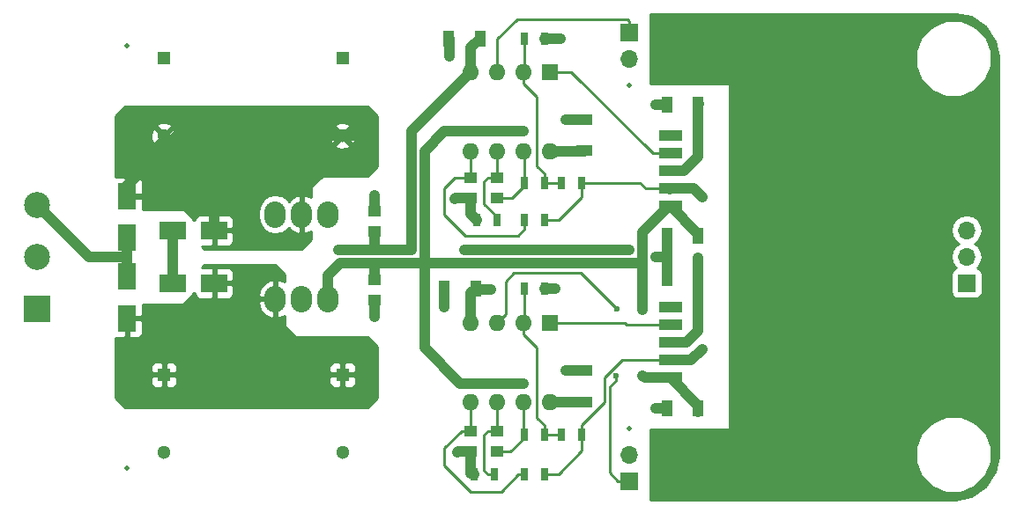
<source format=gbr>
G04 #@! TF.FileFunction,Copper,L1,Top,Signal*
%FSLAX46Y46*%
G04 Gerber Fmt 4.6, Leading zero omitted, Abs format (unit mm)*
G04 Created by KiCad (PCBNEW 4.0.5-e0-6337~49~ubuntu15.04.1) date Thu Oct 26 22:51:34 2017*
%MOMM*%
%LPD*%
G01*
G04 APERTURE LIST*
%ADD10C,0.100000*%
%ADD11R,1.700000X1.700000*%
%ADD12O,1.700000X1.700000*%
%ADD13R,1.000000X1.600000*%
%ADD14R,1.600000X1.600000*%
%ADD15O,1.600000X1.600000*%
%ADD16R,1.600000X1.000000*%
%ADD17R,1.300000X1.300000*%
%ADD18C,1.300000*%
%ADD19R,1.250000X1.000000*%
%ADD20R,0.700000X1.300000*%
%ADD21R,2.160000X1.070000*%
%ADD22R,7.000000X8.330000*%
%ADD23R,1.910000X10.800000*%
%ADD24O,2.032000X2.540000*%
%ADD25C,2.500000*%
%ADD26R,2.500000X2.500000*%
%ADD27R,1.800000X2.500000*%
%ADD28R,2.500000X1.800000*%
%ADD29C,0.500000*%
%ADD30C,0.600000*%
%ADD31C,1.000000*%
%ADD32C,0.250000*%
%ADD33C,0.254000*%
G04 APERTURE END LIST*
D10*
D11*
X151765000Y-53340000D03*
D12*
X151765000Y-50800000D03*
X151765000Y-48260000D03*
D13*
X122960000Y-65405000D03*
X125960000Y-65405000D03*
D14*
X111760000Y-57150000D03*
D15*
X104140000Y-64770000D03*
X109220000Y-57150000D03*
X106680000Y-64770000D03*
X106680000Y-57150000D03*
X109220000Y-64770000D03*
X104140000Y-57150000D03*
X111760000Y-64770000D03*
D13*
X102005000Y-29845000D03*
X105005000Y-29845000D03*
D16*
X115062000Y-61770000D03*
X115062000Y-64770000D03*
D13*
X101600000Y-53848000D03*
X104600000Y-53848000D03*
D17*
X74649451Y-62162033D03*
D18*
X74649451Y-69662033D03*
D17*
X91794451Y-31682033D03*
D18*
X91794451Y-39182033D03*
D17*
X91794451Y-62162033D03*
D18*
X91794451Y-69662033D03*
D17*
X74649451Y-31682033D03*
D18*
X74649451Y-39182033D03*
D19*
X94906456Y-53014640D03*
X94906456Y-55014640D03*
X94906456Y-46410640D03*
X94906456Y-48410640D03*
D20*
X109286000Y-29845000D03*
X111186000Y-29845000D03*
X106614000Y-47244000D03*
X104714000Y-47244000D03*
X109286000Y-53848000D03*
X111186000Y-53848000D03*
X106360000Y-71755000D03*
X104460000Y-71755000D03*
X111186000Y-47244000D03*
X109286000Y-47244000D03*
X111186000Y-71755000D03*
X109286000Y-71755000D03*
X111186000Y-43688000D03*
X109286000Y-43688000D03*
X111186000Y-67945000D03*
X109286000Y-67945000D03*
X114742000Y-43688000D03*
X112842000Y-43688000D03*
X114742000Y-67945000D03*
X112842000Y-67945000D03*
D21*
X123305000Y-42545000D03*
X123305000Y-44245000D03*
X123305000Y-45945000D03*
X123305000Y-40845000D03*
X123305000Y-39145000D03*
D22*
X133975000Y-42545000D03*
D23*
X136525000Y-42545000D03*
D21*
X123305000Y-59055000D03*
X123305000Y-60755000D03*
X123305000Y-62455000D03*
X123305000Y-57355000D03*
X123305000Y-55655000D03*
D22*
X133975000Y-59055000D03*
D23*
X136525000Y-59055000D03*
D24*
X87884000Y-54864000D03*
X90424000Y-54864000D03*
X85344000Y-54864000D03*
X87884000Y-46736000D03*
X85344000Y-46736000D03*
X90424000Y-46736000D03*
D25*
X62484000Y-45800000D03*
D26*
X62484000Y-55800000D03*
D25*
X62484000Y-50800000D03*
D14*
X111760000Y-33020000D03*
D15*
X104140000Y-40640000D03*
X109220000Y-33020000D03*
X106680000Y-40640000D03*
X106680000Y-33020000D03*
X109220000Y-40640000D03*
X104140000Y-33020000D03*
X111760000Y-40640000D03*
D27*
X71088185Y-48990000D03*
X71088185Y-44990000D03*
X71088185Y-56733565D03*
X71088185Y-52733565D03*
D28*
X75470000Y-48260000D03*
X79470000Y-48260000D03*
X79470000Y-53340000D03*
X75470000Y-53340000D03*
D16*
X115046890Y-37616000D03*
X115046890Y-40616000D03*
D13*
X122960000Y-48768000D03*
X125960000Y-48768000D03*
X122960000Y-36195000D03*
X125960000Y-36195000D03*
X122960000Y-52832000D03*
X125960000Y-52832000D03*
D19*
X104140000Y-45196000D03*
X104140000Y-43196000D03*
X104140000Y-69580000D03*
X104140000Y-67580000D03*
X106680000Y-69580000D03*
X106680000Y-67580000D03*
X106680000Y-45196000D03*
X106680000Y-43196000D03*
D11*
X119380000Y-29210000D03*
D12*
X119380000Y-31750000D03*
D11*
X119380000Y-72390000D03*
D12*
X119380000Y-69850000D03*
D29*
X71120000Y-30480000D03*
X71120000Y-71120000D03*
X119380000Y-34290000D03*
X119380000Y-67310000D03*
D30*
X112268000Y-53848000D03*
X101600000Y-55626000D03*
X113284000Y-61722000D03*
X102870000Y-69596000D03*
X102034270Y-31517135D03*
X121920000Y-50800000D03*
X121920000Y-36195000D03*
X121920000Y-65405000D03*
X112776000Y-29845000D03*
X113284000Y-37592000D03*
X102616000Y-45212000D03*
X94906456Y-44870640D03*
X94906456Y-56554640D03*
X109220000Y-62992000D03*
X120650000Y-55880000D03*
X120650000Y-62230000D03*
X109220000Y-38735000D03*
X125966697Y-50958477D03*
X129540000Y-69850000D03*
X131445000Y-69850000D03*
X132715000Y-69850000D03*
X134620000Y-69850000D03*
X136525000Y-69850000D03*
X138430000Y-69850000D03*
X129540000Y-31750000D03*
X131445000Y-31750000D03*
X132715000Y-31750000D03*
X134620000Y-31750000D03*
X136525000Y-31750000D03*
X138430000Y-31750000D03*
X145415000Y-64770000D03*
X143510000Y-64770000D03*
X143510000Y-69850000D03*
X145415000Y-69850000D03*
X145415000Y-59055000D03*
X143510000Y-61595000D03*
X143510000Y-59055000D03*
X145415000Y-56515000D03*
X145415000Y-61595000D03*
X143510000Y-56515000D03*
X145415000Y-42545000D03*
X143510000Y-42545000D03*
X143510000Y-40005000D03*
X143510000Y-36830000D03*
X145415000Y-45085000D03*
X145415000Y-36830000D03*
X145415000Y-40005000D03*
X143510000Y-45085000D03*
X145415000Y-31750000D03*
X143510000Y-31750000D03*
X145415000Y-48260000D03*
X143510000Y-48260000D03*
X145415000Y-53340000D03*
X143510000Y-53340000D03*
X141605000Y-69850000D03*
X141605000Y-56515000D03*
X141605000Y-61595000D03*
X141605000Y-59055000D03*
X141605000Y-64770000D03*
X141605000Y-45085000D03*
X141605000Y-42545000D03*
X141605000Y-40005000D03*
X141605000Y-36830000D03*
X141605000Y-31750000D03*
X141605000Y-53340000D03*
X141605000Y-48260000D03*
X103505000Y-50165000D03*
X106045000Y-53975000D03*
X125909824Y-54438657D03*
X138430000Y-66040000D03*
X138430000Y-35560000D03*
X131445000Y-35560000D03*
X134620000Y-35560000D03*
X131445000Y-66040000D03*
X134620000Y-66040000D03*
X129540000Y-69850000D03*
X129540000Y-31750000D03*
X132080000Y-48260000D03*
X134620000Y-48260000D03*
X132080000Y-53340000D03*
X134620000Y-53340000D03*
X136525000Y-66040000D03*
X132715000Y-66040000D03*
X129540000Y-66040000D03*
X136525000Y-35560000D03*
X132715000Y-35560000D03*
X129540000Y-35560000D03*
X139700000Y-64770000D03*
X139700000Y-61595000D03*
X139700000Y-36830000D03*
X139700000Y-59055000D03*
X139700000Y-56515000D03*
X139700000Y-53340000D03*
X139700000Y-48260000D03*
X139700000Y-45085000D03*
X139700000Y-40005000D03*
X139700000Y-42545000D03*
X129540000Y-38100000D03*
X129540000Y-40005000D03*
X129540000Y-46990000D03*
X129540000Y-45085000D03*
X129540000Y-42545000D03*
X129540000Y-63500000D03*
X129540000Y-61595000D03*
X129540000Y-54610000D03*
X129540000Y-56515000D03*
X129540000Y-59055000D03*
X119380000Y-50165000D03*
X125960000Y-41155002D03*
X98425000Y-50165000D03*
X91440000Y-50165000D03*
X118148868Y-55814564D03*
X118108589Y-62279363D03*
X126365000Y-45085000D03*
X126365000Y-59690000D03*
X75470000Y-50800000D03*
D31*
X111186000Y-53848000D02*
X112268000Y-53848000D01*
X101600000Y-53848000D02*
X101600000Y-55626000D01*
X115062000Y-61770000D02*
X113332000Y-61770000D01*
X113332000Y-61770000D02*
X113284000Y-61722000D01*
X104140000Y-69580000D02*
X102886000Y-69580000D01*
X102886000Y-69580000D02*
X102870000Y-69596000D01*
X104267000Y-71755000D02*
X104140000Y-71628000D01*
X104140000Y-71628000D02*
X104140000Y-69580000D01*
X104460000Y-71755000D02*
X104267000Y-71755000D01*
X104140000Y-46696000D02*
X104140000Y-45196000D01*
X104688000Y-47244000D02*
X104140000Y-46696000D01*
X104714000Y-47244000D02*
X104688000Y-47244000D01*
X102034270Y-31092871D02*
X102034270Y-31517135D01*
X102034270Y-29874270D02*
X102034270Y-31092871D01*
X102005000Y-29845000D02*
X102034270Y-29874270D01*
X122960000Y-50800000D02*
X121920000Y-50800000D01*
X122960000Y-50165000D02*
X122960000Y-48768000D01*
X122960000Y-52832000D02*
X122960000Y-50165000D01*
X122960000Y-50165000D02*
X122960000Y-50800000D01*
X122960000Y-36195000D02*
X121920000Y-36195000D01*
X122960000Y-65405000D02*
X121920000Y-65405000D01*
X111186000Y-29845000D02*
X112776000Y-29845000D01*
X115046890Y-37616000D02*
X113308000Y-37616000D01*
X113308000Y-37616000D02*
X113284000Y-37592000D01*
X104140000Y-45196000D02*
X102632000Y-45196000D01*
X102632000Y-45196000D02*
X102616000Y-45212000D01*
X94906456Y-46410640D02*
X94906456Y-44870640D01*
X94906456Y-55014640D02*
X94906456Y-56554640D01*
D32*
X108662000Y-48768000D02*
X103632000Y-48768000D01*
X103632000Y-48768000D02*
X101600000Y-46736000D01*
X109286000Y-47244000D02*
X109286000Y-48144000D01*
X109286000Y-48144000D02*
X108662000Y-48768000D01*
X109286000Y-47244000D02*
X109286000Y-47544000D01*
X101600000Y-46736000D02*
X101600000Y-44196000D01*
X101600000Y-44196000D02*
X102600000Y-43196000D01*
X102600000Y-43196000D02*
X104140000Y-43196000D01*
X104140000Y-43196000D02*
X104140000Y-40640000D01*
X101600000Y-70866000D02*
X101600000Y-69245000D01*
X101600000Y-69245000D02*
X103265000Y-67580000D01*
X103265000Y-67580000D02*
X104140000Y-67580000D01*
X104140000Y-73406000D02*
X101600000Y-70866000D01*
X107035000Y-73406000D02*
X104140000Y-73406000D01*
X109286000Y-71755000D02*
X108686000Y-71755000D01*
X108686000Y-71755000D02*
X107035000Y-73406000D01*
X104140000Y-64770000D02*
X104140000Y-65901370D01*
X104140000Y-65901370D02*
X104140000Y-67580000D01*
D31*
X111760000Y-64770000D02*
X115062000Y-64770000D01*
X99695000Y-59563000D02*
X103124000Y-62992000D01*
X103124000Y-62992000D02*
X109220000Y-62992000D01*
X99695000Y-51435000D02*
X99695000Y-59563000D01*
X120650000Y-51435000D02*
X120650000Y-55880000D01*
X123305000Y-62455000D02*
X120875000Y-62455000D01*
X120875000Y-62455000D02*
X120650000Y-62230000D01*
X120650000Y-51435000D02*
X99695000Y-51435000D01*
X120650000Y-48427998D02*
X120650000Y-51435000D01*
X123305000Y-45945000D02*
X123132998Y-45945000D01*
X123132998Y-45945000D02*
X120650000Y-48427998D01*
X123305000Y-45945000D02*
X122760000Y-45945000D01*
X99695000Y-51435000D02*
X99695000Y-40640000D01*
X99695000Y-40640000D02*
X101600000Y-38735000D01*
X101600000Y-38735000D02*
X109220000Y-38735000D01*
X125960000Y-65705000D02*
X125960000Y-65405000D01*
X125984000Y-48792000D02*
X125960000Y-48768000D01*
X94615000Y-51435000D02*
X99695000Y-51435000D01*
X91583000Y-51435000D02*
X94615000Y-51435000D01*
X94906456Y-51514640D02*
X94826816Y-51435000D01*
X94906456Y-53014640D02*
X94906456Y-51514640D01*
X94826816Y-51435000D02*
X94615000Y-51435000D01*
X90424000Y-54864000D02*
X90424000Y-52594000D01*
X90424000Y-52594000D02*
X91583000Y-51435000D01*
X111760000Y-40640000D02*
X115022890Y-40640000D01*
X115022890Y-40640000D02*
X115046890Y-40616000D01*
X112101890Y-40842012D02*
X111871890Y-40612012D01*
X125960000Y-65405000D02*
X125960000Y-65110000D01*
X125960000Y-65110000D02*
X123305000Y-62455000D01*
X125960000Y-48600000D02*
X123305000Y-45945000D01*
X125960000Y-50965174D02*
X125966697Y-50958477D01*
X125960000Y-52832000D02*
X125960000Y-50965174D01*
X138430000Y-69850000D02*
X139700000Y-69850000D01*
X134620000Y-69850000D02*
X136525000Y-69850000D01*
X136525000Y-69850000D02*
X138430000Y-69850000D01*
X132715000Y-69850000D02*
X134620000Y-69850000D01*
X129540000Y-69850000D02*
X131445000Y-69850000D01*
X129540000Y-69850000D02*
X129540000Y-68580000D01*
X131445000Y-69850000D02*
X132715000Y-69850000D01*
X139700000Y-69850000D02*
X141605000Y-69850000D01*
X139700000Y-69850000D02*
X146050000Y-69850000D01*
X143510000Y-69850000D02*
X145415000Y-69850000D01*
X138430000Y-31750000D02*
X139700000Y-31750000D01*
X134620000Y-31750000D02*
X136525000Y-31750000D01*
X136525000Y-31750000D02*
X138430000Y-31750000D01*
X132715000Y-31750000D02*
X134620000Y-31750000D01*
X129540000Y-31750000D02*
X131445000Y-31750000D01*
X129540000Y-31750000D02*
X129540000Y-30480000D01*
X131445000Y-31750000D02*
X132715000Y-31750000D01*
X139700000Y-31750000D02*
X141605000Y-31750000D01*
X139700000Y-31750000D02*
X146050000Y-31750000D01*
X143510000Y-31750000D02*
X145415000Y-31750000D01*
X143510000Y-53340000D02*
X145415000Y-53340000D01*
X141605000Y-53340000D02*
X143510000Y-53340000D01*
X139700000Y-53340000D02*
X141605000Y-53340000D01*
X143510000Y-46355000D02*
X143510000Y-45085000D01*
X143510000Y-42545000D02*
X143510000Y-46355000D01*
X143510000Y-42545000D02*
X143510000Y-40005000D01*
X143510000Y-40005000D02*
X143510000Y-38100000D01*
X143510000Y-36830000D02*
X143510000Y-35560000D01*
X143510000Y-38100000D02*
X143510000Y-36830000D01*
X143510000Y-35560000D02*
X143510000Y-31750000D01*
X143510000Y-31750000D02*
X143510000Y-27940000D01*
X145415000Y-59055000D02*
X145415000Y-61595000D01*
X145415000Y-57785000D02*
X145415000Y-59055000D01*
X143510000Y-56515000D02*
X143510000Y-57785000D01*
X143510000Y-57785000D02*
X143510000Y-59055000D01*
X143510000Y-59055000D02*
X143510000Y-61595000D01*
X145415000Y-53340000D02*
X145415000Y-56515000D01*
X145415000Y-56515000D02*
X145415000Y-57785000D01*
X143510000Y-66040000D02*
X143510000Y-69850000D01*
X145415000Y-64135000D02*
X145415000Y-64770000D01*
X145415000Y-61595000D02*
X145415000Y-64135000D01*
X143510000Y-64135000D02*
X143510000Y-64770000D01*
X143510000Y-61595000D02*
X143510000Y-64135000D01*
X145415000Y-64135000D02*
X145415000Y-66040000D01*
X143510000Y-64135000D02*
X143510000Y-66040000D01*
X145415000Y-66040000D02*
X145415000Y-69850000D01*
X145415000Y-73660000D02*
X145415000Y-73025000D01*
X143510000Y-73660000D02*
X143510000Y-73025000D01*
X145415000Y-69850000D02*
X145415000Y-73025000D01*
X143510000Y-69850000D02*
X143510000Y-73025000D01*
X143510000Y-46355000D02*
X143510000Y-46990000D01*
X143510000Y-46990000D02*
X143510000Y-48260000D01*
X145415000Y-46990000D02*
X145415000Y-48260000D01*
X145415000Y-46355000D02*
X145415000Y-46990000D01*
X145415000Y-35560000D02*
X145415000Y-31750000D01*
X145415000Y-46990000D02*
X145415000Y-53340000D01*
X143510000Y-46990000D02*
X143510000Y-53340000D01*
X145415000Y-46355000D02*
X145415000Y-45085000D01*
X145415000Y-31750000D02*
X145415000Y-27940000D01*
X145415000Y-42545000D02*
X145415000Y-46355000D01*
X143510000Y-53340000D02*
X143510000Y-56515000D01*
X143510000Y-35560000D02*
X145415000Y-35560000D01*
X145415000Y-36830000D02*
X145415000Y-35560000D01*
X145415000Y-42545000D02*
X145415000Y-40005000D01*
X145415000Y-40005000D02*
X145415000Y-38100000D01*
X145415000Y-38100000D02*
X145415000Y-36830000D01*
X139700000Y-35560000D02*
X141605000Y-35560000D01*
X141605000Y-66040000D02*
X141605000Y-69850000D01*
X141605000Y-64135000D02*
X141605000Y-66040000D01*
X141605000Y-64135000D02*
X141605000Y-64770000D01*
X141605000Y-61595000D02*
X141605000Y-64135000D01*
X141605000Y-59055000D02*
X141605000Y-61595000D01*
X141605000Y-69850000D02*
X141605000Y-73025000D01*
X141605000Y-73660000D02*
X141605000Y-73025000D01*
X141605000Y-46990000D02*
X141605000Y-48260000D01*
X141605000Y-46355000D02*
X141605000Y-46990000D01*
X141605000Y-46990000D02*
X141605000Y-53340000D01*
X141605000Y-53340000D02*
X141605000Y-56515000D01*
X141605000Y-57785000D02*
X141605000Y-59055000D01*
X141605000Y-56515000D02*
X141605000Y-57785000D01*
X141605000Y-42545000D02*
X141605000Y-40005000D01*
X141605000Y-46355000D02*
X141605000Y-45085000D01*
X141605000Y-42545000D02*
X141605000Y-46355000D01*
X141605000Y-38100000D02*
X141605000Y-36830000D01*
X141605000Y-36830000D02*
X141605000Y-35560000D01*
X141605000Y-40005000D02*
X141605000Y-38100000D01*
X141605000Y-31750000D02*
X141605000Y-27940000D01*
X141605000Y-35560000D02*
X141605000Y-31750000D01*
X119380000Y-50165000D02*
X106680000Y-50165000D01*
X106680000Y-50165000D02*
X103505000Y-50165000D01*
X106045000Y-53975000D02*
X104727000Y-53975000D01*
X104727000Y-53975000D02*
X104600000Y-53848000D01*
X104140000Y-57150000D02*
X104140000Y-54308000D01*
X104140000Y-54308000D02*
X104600000Y-53848000D01*
X125909824Y-54862921D02*
X125909824Y-54438657D01*
X125909824Y-57960768D02*
X125909824Y-54862921D01*
X124815592Y-59055000D02*
X125909824Y-57960768D01*
X123305000Y-59055000D02*
X124815592Y-59055000D01*
X125909824Y-54454824D02*
X125909824Y-54438657D01*
X125960000Y-54505000D02*
X125909824Y-54454824D01*
X129540000Y-69850000D02*
X129540000Y-73660000D01*
X138430000Y-66040000D02*
X139700000Y-66040000D01*
X136525000Y-66040000D02*
X138430000Y-66040000D01*
X138430000Y-35560000D02*
X139700000Y-35560000D01*
X136525000Y-35560000D02*
X138430000Y-35560000D01*
X131445000Y-35560000D02*
X132715000Y-35560000D01*
X129540000Y-35560000D02*
X131445000Y-35560000D01*
X134620000Y-35560000D02*
X136525000Y-35560000D01*
X132715000Y-35560000D02*
X134620000Y-35560000D01*
X131445000Y-66040000D02*
X132715000Y-66040000D01*
X129540000Y-66040000D02*
X131445000Y-66040000D01*
X134620000Y-66040000D02*
X136525000Y-66040000D01*
X132715000Y-66040000D02*
X134620000Y-66040000D01*
X139700000Y-69850000D02*
X139700000Y-73025000D01*
X139700000Y-66040000D02*
X139700000Y-69850000D01*
X139700000Y-31750000D02*
X139700000Y-27940000D01*
X139700000Y-35560000D02*
X139700000Y-31750000D01*
X129540000Y-66040000D02*
X129540000Y-69850000D01*
X129540000Y-31750000D02*
X129540000Y-27940000D01*
X129540000Y-34290000D02*
X129540000Y-31750000D01*
X146050000Y-66040000D02*
X139700000Y-66040000D01*
X139700000Y-35560000D02*
X146050000Y-35560000D01*
X132080000Y-48260000D02*
X134620000Y-48260000D01*
X129540000Y-48260000D02*
X132080000Y-48260000D01*
X132080000Y-53340000D02*
X134620000Y-53340000D01*
X129540000Y-53340000D02*
X132080000Y-53340000D01*
X129540000Y-53340000D02*
X129540000Y-54610000D01*
X129540000Y-48260000D02*
X129540000Y-53340000D01*
X129540000Y-47625000D02*
X129540000Y-48260000D01*
X129540000Y-35560000D02*
X129540000Y-34290000D01*
X139700000Y-36830000D02*
X139700000Y-35560000D01*
X129540000Y-39370000D02*
X129540000Y-35560000D01*
X129540000Y-62230000D02*
X129540000Y-66040000D01*
X139700000Y-64135000D02*
X139700000Y-66040000D01*
X139700000Y-61595000D02*
X139700000Y-64135000D01*
X139700000Y-64135000D02*
X139700000Y-64770000D01*
X139700000Y-59055000D02*
X139700000Y-61595000D01*
X139700000Y-38100000D02*
X139700000Y-36830000D01*
X139700000Y-56515000D02*
X139700000Y-57785000D01*
X139700000Y-57785000D02*
X139700000Y-59055000D01*
X139700000Y-53340000D02*
X139700000Y-56515000D01*
X139700000Y-46990000D02*
X139700000Y-53340000D01*
X139700000Y-46355000D02*
X139700000Y-46990000D01*
X139700000Y-46990000D02*
X139700000Y-48260000D01*
X139700000Y-42545000D02*
X139700000Y-46355000D01*
X139700000Y-46355000D02*
X139700000Y-45085000D01*
X139700000Y-40005000D02*
X139700000Y-38100000D01*
X139700000Y-42545000D02*
X139700000Y-40005000D01*
X133975000Y-42545000D02*
X139065000Y-42545000D01*
X139065000Y-42545000D02*
X139700000Y-42545000D01*
X129540000Y-40005000D02*
X129540000Y-39370000D01*
X129540000Y-39370000D02*
X129540000Y-38100000D01*
X129540000Y-42545000D02*
X129540000Y-40005000D01*
X129540000Y-46355000D02*
X129540000Y-44450000D01*
X129540000Y-47625000D02*
X129540000Y-46355000D01*
X129540000Y-46355000D02*
X129540000Y-46990000D01*
X129540000Y-44450000D02*
X129540000Y-42545000D01*
X129540000Y-44450000D02*
X129540000Y-45085000D01*
X129540000Y-61595000D02*
X129540000Y-62230000D01*
X129540000Y-62230000D02*
X129540000Y-63500000D01*
X129540000Y-59055000D02*
X129540000Y-61595000D01*
X129540000Y-54610000D02*
X129540000Y-56515000D01*
X129540000Y-56515000D02*
X129540000Y-59055000D01*
X133975000Y-59055000D02*
X139700000Y-59055000D01*
X139700000Y-73660000D02*
X139700000Y-73025000D01*
X133975000Y-59055000D02*
X129540000Y-59055000D01*
X133975000Y-42545000D02*
X129540000Y-42545000D01*
X98425000Y-50165000D02*
X98425000Y-38735000D01*
X98425000Y-38735000D02*
X104140000Y-33020000D01*
X104140000Y-33020000D02*
X104140000Y-30710000D01*
X104140000Y-30710000D02*
X105005000Y-29845000D01*
X126045000Y-36110000D02*
X125960000Y-36195000D01*
D32*
X125824999Y-37859999D02*
X125960000Y-37995000D01*
X125824999Y-54369999D02*
X125960000Y-54505000D01*
D31*
X91440000Y-50165000D02*
X95250000Y-50165000D01*
X95250000Y-50165000D02*
X98425000Y-50165000D01*
X94906456Y-48410640D02*
X94906456Y-49910640D01*
X94906456Y-49910640D02*
X95160816Y-50165000D01*
X95160816Y-50165000D02*
X95250000Y-50165000D01*
X104116000Y-33044000D02*
X104140000Y-33020000D01*
X104021890Y-32762012D02*
X104251890Y-32992012D01*
X125960000Y-54505000D02*
X125960000Y-52705000D01*
X123305000Y-42545000D02*
X124570002Y-42545000D01*
X124570002Y-42545000D02*
X125960000Y-41155002D01*
X125960000Y-41155002D02*
X125960000Y-37995000D01*
X125960000Y-37995000D02*
X125960000Y-36195000D01*
D32*
X106680000Y-45196000D02*
X108078000Y-45196000D01*
X108078000Y-45196000D02*
X109286000Y-43988000D01*
X109286000Y-43988000D02*
X109286000Y-43688000D01*
X109286000Y-43688000D02*
X109286000Y-40657902D01*
X109286000Y-40657902D02*
X109331890Y-40612012D01*
X106680000Y-43196000D02*
X105805000Y-43196000D01*
X105805000Y-43196000D02*
X105412663Y-43588337D01*
X105412663Y-43588337D02*
X105412663Y-45742663D01*
X106614000Y-46944000D02*
X106614000Y-47244000D01*
X105412663Y-45742663D02*
X106614000Y-46944000D01*
X106680000Y-43196000D02*
X106680000Y-40640000D01*
X106680000Y-69580000D02*
X107951000Y-69580000D01*
X107951000Y-69580000D02*
X109286000Y-68245000D01*
X109286000Y-68245000D02*
X109286000Y-67945000D01*
X109220000Y-64770000D02*
X109220000Y-67879000D01*
X109220000Y-67879000D02*
X109286000Y-67945000D01*
X106680000Y-67580000D02*
X105805000Y-67580000D01*
X105410000Y-67975000D02*
X105410000Y-71405000D01*
X105805000Y-67580000D02*
X105410000Y-67975000D01*
X105410000Y-71405000D02*
X105760000Y-71755000D01*
X105760000Y-71755000D02*
X106360000Y-71755000D01*
X106680000Y-64770000D02*
X106680000Y-67580000D01*
D31*
X75919451Y-39182033D02*
X79375000Y-39182033D01*
X79375000Y-39182033D02*
X93064451Y-39182033D01*
X79470000Y-48260000D02*
X79470000Y-46360000D01*
X79470000Y-46360000D02*
X79375000Y-46265000D01*
X79375000Y-46265000D02*
X79375000Y-39182033D01*
X71088185Y-44990000D02*
X71088185Y-44013299D01*
X71088185Y-44013299D02*
X75919451Y-39182033D01*
D32*
X119210000Y-27940000D02*
X108585000Y-27940000D01*
X119380000Y-29210000D02*
X119380000Y-28110000D01*
X119380000Y-28110000D02*
X119210000Y-27940000D01*
X106680000Y-33020000D02*
X106680000Y-29845000D01*
X106680000Y-29845000D02*
X108570068Y-27954932D01*
X118108589Y-62703627D02*
X118108589Y-62279363D01*
X118280000Y-72390000D02*
X117475000Y-71585000D01*
X119380000Y-72390000D02*
X118280000Y-72390000D01*
X117475000Y-63337216D02*
X118108589Y-62703627D01*
X117475000Y-71585000D02*
X117475000Y-63337216D01*
X117848869Y-55514565D02*
X118148868Y-55814564D01*
X107479999Y-53175001D02*
X108272442Y-52382558D01*
X107479999Y-56350001D02*
X107479999Y-53175001D01*
X106680000Y-57150000D02*
X107479999Y-56350001D01*
X114716862Y-52382558D02*
X117848869Y-55514565D01*
X108272442Y-52382558D02*
X114716862Y-52382558D01*
D31*
X123305000Y-44245000D02*
X125525000Y-44245000D01*
X125525000Y-44245000D02*
X126365000Y-45085000D01*
D32*
X120396000Y-43688000D02*
X120953000Y-44245000D01*
X120953000Y-44245000D02*
X123305000Y-44245000D01*
X114742000Y-43688000D02*
X120396000Y-43688000D01*
X123256000Y-44196000D02*
X123227675Y-44167675D01*
D31*
X123256000Y-44196000D02*
X123305000Y-44245000D01*
X123227000Y-44323000D02*
X123305000Y-44245000D01*
D32*
X111186000Y-47244000D02*
X112536000Y-47244000D01*
X112536000Y-47244000D02*
X114742000Y-45038000D01*
X114742000Y-45038000D02*
X114742000Y-43688000D01*
X121975000Y-60755000D02*
X123305000Y-60755000D01*
X118633948Y-60755000D02*
X121975000Y-60755000D01*
X116974989Y-62413959D02*
X118633948Y-60755000D01*
X116974989Y-64812011D02*
X116974989Y-62413959D01*
X114742000Y-67045000D02*
X116974989Y-64812011D01*
X114742000Y-67945000D02*
X114742000Y-67045000D01*
X114808000Y-68311000D02*
X114808000Y-69483000D01*
X114808000Y-69483000D02*
X112536000Y-71755000D01*
X112536000Y-71755000D02*
X111186000Y-71755000D01*
X114742000Y-67945000D02*
X114742000Y-68245000D01*
X114742000Y-68245000D02*
X114808000Y-68311000D01*
D31*
X123305000Y-60755000D02*
X125300000Y-60755000D01*
X125300000Y-60755000D02*
X126365000Y-59690000D01*
D32*
X109220000Y-33020000D02*
X109220000Y-34151370D01*
X109220000Y-34151370D02*
X110494723Y-35426093D01*
X110494723Y-35426093D02*
X110494723Y-42096723D01*
X110494723Y-42096723D02*
X111186000Y-42788000D01*
X111186000Y-42788000D02*
X111186000Y-43688000D01*
X109286000Y-29845000D02*
X109286000Y-32954000D01*
X109286000Y-32954000D02*
X109220000Y-33020000D01*
X111186000Y-43688000D02*
X112842000Y-43688000D01*
X109331890Y-33131890D02*
X109331890Y-32992012D01*
X110490000Y-59551370D02*
X110490000Y-66349000D01*
X110490000Y-66349000D02*
X111186000Y-67045000D01*
X111186000Y-67045000D02*
X111186000Y-67945000D01*
X109220000Y-57150000D02*
X109220000Y-58281370D01*
X109220000Y-58281370D02*
X110490000Y-59551370D01*
X111186000Y-67945000D02*
X112842000Y-67945000D01*
X109286000Y-53848000D02*
X109286000Y-57084000D01*
X109286000Y-57084000D02*
X109220000Y-57150000D01*
X111760000Y-33020000D02*
X113792000Y-33020000D01*
X113792000Y-33020000D02*
X121617000Y-40845000D01*
X121617000Y-40845000D02*
X123305000Y-40845000D01*
X121975000Y-57355000D02*
X123305000Y-57355000D01*
X118881536Y-57150000D02*
X119086536Y-57355000D01*
X119086536Y-57355000D02*
X121975000Y-57355000D01*
X111760000Y-57150000D02*
X118881536Y-57150000D01*
D31*
X75470000Y-53340000D02*
X75470000Y-50800000D01*
X75470000Y-50800000D02*
X75470000Y-48260000D01*
X71088185Y-52733565D02*
X71088185Y-50800000D01*
X71088185Y-50800000D02*
X71088185Y-48990000D01*
X62484000Y-45800000D02*
X67484000Y-50800000D01*
X67484000Y-50800000D02*
X71088185Y-50800000D01*
D32*
X123210000Y-39050000D02*
X123305000Y-39145000D01*
D33*
G36*
X152162005Y-27725498D02*
X153575221Y-28669779D01*
X154519502Y-30082997D01*
X154813000Y-31558510D01*
X154813000Y-70041490D01*
X154519502Y-71517003D01*
X153575221Y-72930221D01*
X152162005Y-73874502D01*
X150686491Y-74168000D01*
X121412000Y-74168000D01*
X121412000Y-70573241D01*
X146842367Y-70573241D01*
X147397180Y-71915989D01*
X148423607Y-72944210D01*
X149765385Y-73501365D01*
X151218241Y-73502633D01*
X152560989Y-72947820D01*
X153589210Y-71921393D01*
X154146365Y-70579615D01*
X154147633Y-69126759D01*
X153592820Y-67784011D01*
X152566393Y-66755790D01*
X151224615Y-66198635D01*
X149771759Y-66197367D01*
X148429011Y-66752180D01*
X147400790Y-67778607D01*
X146843635Y-69120385D01*
X146842367Y-70573241D01*
X121412000Y-70573241D01*
X121412000Y-67437000D01*
X128905000Y-67437000D01*
X128954410Y-67426994D01*
X128996035Y-67398553D01*
X129023315Y-67356159D01*
X129032000Y-67310000D01*
X129032000Y-48260000D01*
X150250907Y-48260000D01*
X150363946Y-48828285D01*
X150685853Y-49310054D01*
X151015026Y-49530000D01*
X150685853Y-49749946D01*
X150363946Y-50231715D01*
X150250907Y-50800000D01*
X150363946Y-51368285D01*
X150685853Y-51850054D01*
X150727452Y-51877850D01*
X150679683Y-51886838D01*
X150463559Y-52025910D01*
X150318569Y-52238110D01*
X150267560Y-52490000D01*
X150267560Y-54190000D01*
X150311838Y-54425317D01*
X150450910Y-54641441D01*
X150663110Y-54786431D01*
X150915000Y-54837440D01*
X152615000Y-54837440D01*
X152850317Y-54793162D01*
X153066441Y-54654090D01*
X153211431Y-54441890D01*
X153262440Y-54190000D01*
X153262440Y-52490000D01*
X153218162Y-52254683D01*
X153079090Y-52038559D01*
X152866890Y-51893569D01*
X152799459Y-51879914D01*
X152844147Y-51850054D01*
X153166054Y-51368285D01*
X153279093Y-50800000D01*
X153166054Y-50231715D01*
X152844147Y-49749946D01*
X152514974Y-49530000D01*
X152844147Y-49310054D01*
X153166054Y-48828285D01*
X153279093Y-48260000D01*
X153166054Y-47691715D01*
X152844147Y-47209946D01*
X152362378Y-46888039D01*
X151794093Y-46775000D01*
X151735907Y-46775000D01*
X151167622Y-46888039D01*
X150685853Y-47209946D01*
X150363946Y-47691715D01*
X150250907Y-48260000D01*
X129032000Y-48260000D01*
X129032000Y-34290000D01*
X129021994Y-34240590D01*
X128993553Y-34198965D01*
X128951159Y-34171685D01*
X128905000Y-34163000D01*
X121412000Y-34163000D01*
X121412000Y-32473241D01*
X146842367Y-32473241D01*
X147397180Y-33815989D01*
X148423607Y-34844210D01*
X149765385Y-35401365D01*
X151218241Y-35402633D01*
X152560989Y-34847820D01*
X153589210Y-33821393D01*
X154146365Y-32479615D01*
X154147633Y-31026759D01*
X153592820Y-29684011D01*
X152566393Y-28655790D01*
X151224615Y-28098635D01*
X149771759Y-28097367D01*
X148429011Y-28652180D01*
X147400790Y-29678607D01*
X146843635Y-31020385D01*
X146842367Y-32473241D01*
X121412000Y-32473241D01*
X121412000Y-27432000D01*
X150686491Y-27432000D01*
X152162005Y-27725498D01*
X152162005Y-27725498D01*
G37*
X152162005Y-27725498D02*
X153575221Y-28669779D01*
X154519502Y-30082997D01*
X154813000Y-31558510D01*
X154813000Y-70041490D01*
X154519502Y-71517003D01*
X153575221Y-72930221D01*
X152162005Y-73874502D01*
X150686491Y-74168000D01*
X121412000Y-74168000D01*
X121412000Y-70573241D01*
X146842367Y-70573241D01*
X147397180Y-71915989D01*
X148423607Y-72944210D01*
X149765385Y-73501365D01*
X151218241Y-73502633D01*
X152560989Y-72947820D01*
X153589210Y-71921393D01*
X154146365Y-70579615D01*
X154147633Y-69126759D01*
X153592820Y-67784011D01*
X152566393Y-66755790D01*
X151224615Y-66198635D01*
X149771759Y-66197367D01*
X148429011Y-66752180D01*
X147400790Y-67778607D01*
X146843635Y-69120385D01*
X146842367Y-70573241D01*
X121412000Y-70573241D01*
X121412000Y-67437000D01*
X128905000Y-67437000D01*
X128954410Y-67426994D01*
X128996035Y-67398553D01*
X129023315Y-67356159D01*
X129032000Y-67310000D01*
X129032000Y-48260000D01*
X150250907Y-48260000D01*
X150363946Y-48828285D01*
X150685853Y-49310054D01*
X151015026Y-49530000D01*
X150685853Y-49749946D01*
X150363946Y-50231715D01*
X150250907Y-50800000D01*
X150363946Y-51368285D01*
X150685853Y-51850054D01*
X150727452Y-51877850D01*
X150679683Y-51886838D01*
X150463559Y-52025910D01*
X150318569Y-52238110D01*
X150267560Y-52490000D01*
X150267560Y-54190000D01*
X150311838Y-54425317D01*
X150450910Y-54641441D01*
X150663110Y-54786431D01*
X150915000Y-54837440D01*
X152615000Y-54837440D01*
X152850317Y-54793162D01*
X153066441Y-54654090D01*
X153211431Y-54441890D01*
X153262440Y-54190000D01*
X153262440Y-52490000D01*
X153218162Y-52254683D01*
X153079090Y-52038559D01*
X152866890Y-51893569D01*
X152799459Y-51879914D01*
X152844147Y-51850054D01*
X153166054Y-51368285D01*
X153279093Y-50800000D01*
X153166054Y-50231715D01*
X152844147Y-49749946D01*
X152514974Y-49530000D01*
X152844147Y-49310054D01*
X153166054Y-48828285D01*
X153279093Y-48260000D01*
X153166054Y-47691715D01*
X152844147Y-47209946D01*
X152362378Y-46888039D01*
X151794093Y-46775000D01*
X151735907Y-46775000D01*
X151167622Y-46888039D01*
X150685853Y-47209946D01*
X150363946Y-47691715D01*
X150250907Y-48260000D01*
X129032000Y-48260000D01*
X129032000Y-34290000D01*
X129021994Y-34240590D01*
X128993553Y-34198965D01*
X128951159Y-34171685D01*
X128905000Y-34163000D01*
X121412000Y-34163000D01*
X121412000Y-32473241D01*
X146842367Y-32473241D01*
X147397180Y-33815989D01*
X148423607Y-34844210D01*
X149765385Y-35401365D01*
X151218241Y-35402633D01*
X152560989Y-34847820D01*
X153589210Y-33821393D01*
X154146365Y-32479615D01*
X154147633Y-31026759D01*
X153592820Y-29684011D01*
X152566393Y-28655790D01*
X151224615Y-28098635D01*
X149771759Y-28097367D01*
X148429011Y-28652180D01*
X147400790Y-29678607D01*
X146843635Y-31020385D01*
X146842367Y-32473241D01*
X121412000Y-32473241D01*
X121412000Y-27432000D01*
X150686491Y-27432000D01*
X152162005Y-27725498D01*
D32*
G36*
X86235000Y-52486776D02*
X86235000Y-53244138D01*
X85851635Y-53031004D01*
X85728582Y-53006474D01*
X85473000Y-53124842D01*
X85473000Y-54735000D01*
X85493000Y-54735000D01*
X85493000Y-54993000D01*
X85473000Y-54993000D01*
X85473000Y-56603158D01*
X85728582Y-56721526D01*
X85851635Y-56696996D01*
X86235000Y-56483862D01*
X86235000Y-57420000D01*
X86244848Y-57468632D01*
X86271612Y-57508388D01*
X87271612Y-58508388D01*
X87312963Y-58535813D01*
X87360000Y-58545000D01*
X94198224Y-58545000D01*
X95125000Y-59471776D01*
X95125000Y-64353224D01*
X94198224Y-65280000D01*
X70901776Y-65280000D01*
X69975000Y-64353224D01*
X69975000Y-62449283D01*
X73366451Y-62449283D01*
X73366451Y-62937944D01*
X73462819Y-63170598D01*
X73640885Y-63348664D01*
X73873539Y-63445033D01*
X74362201Y-63445033D01*
X74520451Y-63286783D01*
X74520451Y-62291033D01*
X74778451Y-62291033D01*
X74778451Y-63286783D01*
X74936701Y-63445033D01*
X75425363Y-63445033D01*
X75658017Y-63348664D01*
X75836083Y-63170598D01*
X75932451Y-62937944D01*
X75932451Y-62449283D01*
X90511451Y-62449283D01*
X90511451Y-62937944D01*
X90607819Y-63170598D01*
X90785885Y-63348664D01*
X91018539Y-63445033D01*
X91507201Y-63445033D01*
X91665451Y-63286783D01*
X91665451Y-62291033D01*
X91923451Y-62291033D01*
X91923451Y-63286783D01*
X92081701Y-63445033D01*
X92570363Y-63445033D01*
X92803017Y-63348664D01*
X92981083Y-63170598D01*
X93077451Y-62937944D01*
X93077451Y-62449283D01*
X92919201Y-62291033D01*
X91923451Y-62291033D01*
X91665451Y-62291033D01*
X90669701Y-62291033D01*
X90511451Y-62449283D01*
X75932451Y-62449283D01*
X75774201Y-62291033D01*
X74778451Y-62291033D01*
X74520451Y-62291033D01*
X73524701Y-62291033D01*
X73366451Y-62449283D01*
X69975000Y-62449283D01*
X69975000Y-61386122D01*
X73366451Y-61386122D01*
X73366451Y-61874783D01*
X73524701Y-62033033D01*
X74520451Y-62033033D01*
X74520451Y-61037283D01*
X74778451Y-61037283D01*
X74778451Y-62033033D01*
X75774201Y-62033033D01*
X75932451Y-61874783D01*
X75932451Y-61386122D01*
X90511451Y-61386122D01*
X90511451Y-61874783D01*
X90669701Y-62033033D01*
X91665451Y-62033033D01*
X91665451Y-61037283D01*
X91923451Y-61037283D01*
X91923451Y-62033033D01*
X92919201Y-62033033D01*
X93077451Y-61874783D01*
X93077451Y-61386122D01*
X92981083Y-61153468D01*
X92803017Y-60975402D01*
X92570363Y-60879033D01*
X92081701Y-60879033D01*
X91923451Y-61037283D01*
X91665451Y-61037283D01*
X91507201Y-60879033D01*
X91018539Y-60879033D01*
X90785885Y-60975402D01*
X90607819Y-61153468D01*
X90511451Y-61386122D01*
X75932451Y-61386122D01*
X75836083Y-61153468D01*
X75658017Y-60975402D01*
X75425363Y-60879033D01*
X74936701Y-60879033D01*
X74778451Y-61037283D01*
X74520451Y-61037283D01*
X74362201Y-60879033D01*
X73873539Y-60879033D01*
X73640885Y-60975402D01*
X73462819Y-61153468D01*
X73366451Y-61386122D01*
X69975000Y-61386122D01*
X69975000Y-58580415D01*
X70062273Y-58616565D01*
X70800935Y-58616565D01*
X70959185Y-58458315D01*
X70959185Y-56862565D01*
X71217185Y-56862565D01*
X71217185Y-58458315D01*
X71375435Y-58616565D01*
X72114097Y-58616565D01*
X72346751Y-58520196D01*
X72524817Y-58342130D01*
X72621185Y-58109476D01*
X72621185Y-57020815D01*
X72462935Y-56862565D01*
X71217185Y-56862565D01*
X70959185Y-56862565D01*
X70939185Y-56862565D01*
X70939185Y-56604565D01*
X70959185Y-56604565D01*
X70959185Y-56584565D01*
X71217185Y-56584565D01*
X71217185Y-56604565D01*
X72462935Y-56604565D01*
X72621185Y-56446315D01*
X72621185Y-55370000D01*
X76470000Y-55370000D01*
X76518632Y-55360152D01*
X76558388Y-55333388D01*
X76638514Y-55253262D01*
X83690934Y-55253262D01*
X83868529Y-55875567D01*
X84270751Y-56382539D01*
X84836365Y-56696996D01*
X84959418Y-56721526D01*
X85215000Y-56603158D01*
X85215000Y-54993000D01*
X83848376Y-54993000D01*
X83690934Y-55253262D01*
X76638514Y-55253262D01*
X77558388Y-54333388D01*
X77585813Y-54292037D01*
X77587000Y-54285960D01*
X77587000Y-54365912D01*
X77683369Y-54598566D01*
X77861435Y-54776632D01*
X78094089Y-54873000D01*
X79182750Y-54873000D01*
X79341000Y-54714750D01*
X79341000Y-53469000D01*
X79599000Y-53469000D01*
X79599000Y-54714750D01*
X79757250Y-54873000D01*
X80845911Y-54873000D01*
X81078565Y-54776632D01*
X81256631Y-54598566D01*
X81307922Y-54474738D01*
X83690934Y-54474738D01*
X83848376Y-54735000D01*
X85215000Y-54735000D01*
X85215000Y-53124842D01*
X84959418Y-53006474D01*
X84836365Y-53031004D01*
X84270751Y-53345461D01*
X83868529Y-53852433D01*
X83690934Y-54474738D01*
X81307922Y-54474738D01*
X81353000Y-54365912D01*
X81353000Y-53627250D01*
X81194750Y-53469000D01*
X79599000Y-53469000D01*
X79341000Y-53469000D01*
X79321000Y-53469000D01*
X79321000Y-53211000D01*
X79341000Y-53211000D01*
X79341000Y-51965250D01*
X79599000Y-51965250D01*
X79599000Y-53211000D01*
X81194750Y-53211000D01*
X81353000Y-53052750D01*
X81353000Y-52314088D01*
X81256631Y-52081434D01*
X81078565Y-51903368D01*
X80845911Y-51807000D01*
X79757250Y-51807000D01*
X79599000Y-51965250D01*
X79341000Y-51965250D01*
X79182750Y-51807000D01*
X78274776Y-51807000D01*
X78521776Y-51560000D01*
X85308224Y-51560000D01*
X86235000Y-52486776D01*
X86235000Y-52486776D01*
G37*
X86235000Y-52486776D02*
X86235000Y-53244138D01*
X85851635Y-53031004D01*
X85728582Y-53006474D01*
X85473000Y-53124842D01*
X85473000Y-54735000D01*
X85493000Y-54735000D01*
X85493000Y-54993000D01*
X85473000Y-54993000D01*
X85473000Y-56603158D01*
X85728582Y-56721526D01*
X85851635Y-56696996D01*
X86235000Y-56483862D01*
X86235000Y-57420000D01*
X86244848Y-57468632D01*
X86271612Y-57508388D01*
X87271612Y-58508388D01*
X87312963Y-58535813D01*
X87360000Y-58545000D01*
X94198224Y-58545000D01*
X95125000Y-59471776D01*
X95125000Y-64353224D01*
X94198224Y-65280000D01*
X70901776Y-65280000D01*
X69975000Y-64353224D01*
X69975000Y-62449283D01*
X73366451Y-62449283D01*
X73366451Y-62937944D01*
X73462819Y-63170598D01*
X73640885Y-63348664D01*
X73873539Y-63445033D01*
X74362201Y-63445033D01*
X74520451Y-63286783D01*
X74520451Y-62291033D01*
X74778451Y-62291033D01*
X74778451Y-63286783D01*
X74936701Y-63445033D01*
X75425363Y-63445033D01*
X75658017Y-63348664D01*
X75836083Y-63170598D01*
X75932451Y-62937944D01*
X75932451Y-62449283D01*
X90511451Y-62449283D01*
X90511451Y-62937944D01*
X90607819Y-63170598D01*
X90785885Y-63348664D01*
X91018539Y-63445033D01*
X91507201Y-63445033D01*
X91665451Y-63286783D01*
X91665451Y-62291033D01*
X91923451Y-62291033D01*
X91923451Y-63286783D01*
X92081701Y-63445033D01*
X92570363Y-63445033D01*
X92803017Y-63348664D01*
X92981083Y-63170598D01*
X93077451Y-62937944D01*
X93077451Y-62449283D01*
X92919201Y-62291033D01*
X91923451Y-62291033D01*
X91665451Y-62291033D01*
X90669701Y-62291033D01*
X90511451Y-62449283D01*
X75932451Y-62449283D01*
X75774201Y-62291033D01*
X74778451Y-62291033D01*
X74520451Y-62291033D01*
X73524701Y-62291033D01*
X73366451Y-62449283D01*
X69975000Y-62449283D01*
X69975000Y-61386122D01*
X73366451Y-61386122D01*
X73366451Y-61874783D01*
X73524701Y-62033033D01*
X74520451Y-62033033D01*
X74520451Y-61037283D01*
X74778451Y-61037283D01*
X74778451Y-62033033D01*
X75774201Y-62033033D01*
X75932451Y-61874783D01*
X75932451Y-61386122D01*
X90511451Y-61386122D01*
X90511451Y-61874783D01*
X90669701Y-62033033D01*
X91665451Y-62033033D01*
X91665451Y-61037283D01*
X91923451Y-61037283D01*
X91923451Y-62033033D01*
X92919201Y-62033033D01*
X93077451Y-61874783D01*
X93077451Y-61386122D01*
X92981083Y-61153468D01*
X92803017Y-60975402D01*
X92570363Y-60879033D01*
X92081701Y-60879033D01*
X91923451Y-61037283D01*
X91665451Y-61037283D01*
X91507201Y-60879033D01*
X91018539Y-60879033D01*
X90785885Y-60975402D01*
X90607819Y-61153468D01*
X90511451Y-61386122D01*
X75932451Y-61386122D01*
X75836083Y-61153468D01*
X75658017Y-60975402D01*
X75425363Y-60879033D01*
X74936701Y-60879033D01*
X74778451Y-61037283D01*
X74520451Y-61037283D01*
X74362201Y-60879033D01*
X73873539Y-60879033D01*
X73640885Y-60975402D01*
X73462819Y-61153468D01*
X73366451Y-61386122D01*
X69975000Y-61386122D01*
X69975000Y-58580415D01*
X70062273Y-58616565D01*
X70800935Y-58616565D01*
X70959185Y-58458315D01*
X70959185Y-56862565D01*
X71217185Y-56862565D01*
X71217185Y-58458315D01*
X71375435Y-58616565D01*
X72114097Y-58616565D01*
X72346751Y-58520196D01*
X72524817Y-58342130D01*
X72621185Y-58109476D01*
X72621185Y-57020815D01*
X72462935Y-56862565D01*
X71217185Y-56862565D01*
X70959185Y-56862565D01*
X70939185Y-56862565D01*
X70939185Y-56604565D01*
X70959185Y-56604565D01*
X70959185Y-56584565D01*
X71217185Y-56584565D01*
X71217185Y-56604565D01*
X72462935Y-56604565D01*
X72621185Y-56446315D01*
X72621185Y-55370000D01*
X76470000Y-55370000D01*
X76518632Y-55360152D01*
X76558388Y-55333388D01*
X76638514Y-55253262D01*
X83690934Y-55253262D01*
X83868529Y-55875567D01*
X84270751Y-56382539D01*
X84836365Y-56696996D01*
X84959418Y-56721526D01*
X85215000Y-56603158D01*
X85215000Y-54993000D01*
X83848376Y-54993000D01*
X83690934Y-55253262D01*
X76638514Y-55253262D01*
X77558388Y-54333388D01*
X77585813Y-54292037D01*
X77587000Y-54285960D01*
X77587000Y-54365912D01*
X77683369Y-54598566D01*
X77861435Y-54776632D01*
X78094089Y-54873000D01*
X79182750Y-54873000D01*
X79341000Y-54714750D01*
X79341000Y-53469000D01*
X79599000Y-53469000D01*
X79599000Y-54714750D01*
X79757250Y-54873000D01*
X80845911Y-54873000D01*
X81078565Y-54776632D01*
X81256631Y-54598566D01*
X81307922Y-54474738D01*
X83690934Y-54474738D01*
X83848376Y-54735000D01*
X85215000Y-54735000D01*
X85215000Y-53124842D01*
X84959418Y-53006474D01*
X84836365Y-53031004D01*
X84270751Y-53345461D01*
X83868529Y-53852433D01*
X83690934Y-54474738D01*
X81307922Y-54474738D01*
X81353000Y-54365912D01*
X81353000Y-53627250D01*
X81194750Y-53469000D01*
X79599000Y-53469000D01*
X79341000Y-53469000D01*
X79321000Y-53469000D01*
X79321000Y-53211000D01*
X79341000Y-53211000D01*
X79341000Y-51965250D01*
X79599000Y-51965250D01*
X79599000Y-53211000D01*
X81194750Y-53211000D01*
X81353000Y-53052750D01*
X81353000Y-52314088D01*
X81256631Y-52081434D01*
X81078565Y-51903368D01*
X80845911Y-51807000D01*
X79757250Y-51807000D01*
X79599000Y-51965250D01*
X79341000Y-51965250D01*
X79182750Y-51807000D01*
X78274776Y-51807000D01*
X78521776Y-51560000D01*
X85308224Y-51560000D01*
X86235000Y-52486776D01*
G36*
X95125000Y-37246776D02*
X95125000Y-42128224D01*
X94198224Y-43055000D01*
X89900000Y-43055000D01*
X89851368Y-43064848D01*
X89811612Y-43091612D01*
X88811612Y-44091612D01*
X88784187Y-44132963D01*
X88775000Y-44180000D01*
X88775000Y-45116138D01*
X88391635Y-44903004D01*
X88268582Y-44878474D01*
X88013000Y-44996842D01*
X88013000Y-46607000D01*
X88033000Y-46607000D01*
X88033000Y-46865000D01*
X88013000Y-46865000D01*
X88013000Y-48475158D01*
X88268582Y-48593526D01*
X88391635Y-48568996D01*
X88775000Y-48355862D01*
X88775000Y-49113224D01*
X87848224Y-50040000D01*
X78521776Y-50040000D01*
X78274776Y-49793000D01*
X79182750Y-49793000D01*
X79341000Y-49634750D01*
X79341000Y-48389000D01*
X79599000Y-48389000D01*
X79599000Y-49634750D01*
X79757250Y-49793000D01*
X80845911Y-49793000D01*
X81078565Y-49696632D01*
X81256631Y-49518566D01*
X81353000Y-49285912D01*
X81353000Y-48547250D01*
X81194750Y-48389000D01*
X79599000Y-48389000D01*
X79341000Y-48389000D01*
X79321000Y-48389000D01*
X79321000Y-48131000D01*
X79341000Y-48131000D01*
X79341000Y-46885250D01*
X79599000Y-46885250D01*
X79599000Y-48131000D01*
X81194750Y-48131000D01*
X81353000Y-47972750D01*
X81353000Y-47234088D01*
X81256631Y-47001434D01*
X81078565Y-46823368D01*
X80845911Y-46727000D01*
X79757250Y-46727000D01*
X79599000Y-46885250D01*
X79341000Y-46885250D01*
X79182750Y-46727000D01*
X78094089Y-46727000D01*
X77861435Y-46823368D01*
X77683369Y-47001434D01*
X77587000Y-47234088D01*
X77587000Y-47315494D01*
X77585152Y-47306368D01*
X77558388Y-47266612D01*
X76736651Y-46444875D01*
X83703000Y-46444875D01*
X83703000Y-47027125D01*
X83827914Y-47655109D01*
X84183638Y-48187487D01*
X84716016Y-48543211D01*
X85344000Y-48668125D01*
X85971984Y-48543211D01*
X86504362Y-48187487D01*
X86620113Y-48014254D01*
X86810751Y-48254539D01*
X87376365Y-48568996D01*
X87499418Y-48593526D01*
X87755000Y-48475158D01*
X87755000Y-46865000D01*
X87735000Y-46865000D01*
X87735000Y-46607000D01*
X87755000Y-46607000D01*
X87755000Y-44996842D01*
X87499418Y-44878474D01*
X87376365Y-44903004D01*
X86810751Y-45217461D01*
X86620113Y-45457746D01*
X86504362Y-45284513D01*
X85971984Y-44928789D01*
X85344000Y-44803875D01*
X84716016Y-44928789D01*
X84183638Y-45284513D01*
X83827914Y-45816891D01*
X83703000Y-46444875D01*
X76736651Y-46444875D01*
X76558388Y-46266612D01*
X76517037Y-46239187D01*
X76470000Y-46230000D01*
X72621185Y-46230000D01*
X72621185Y-45277250D01*
X72462935Y-45119000D01*
X71217185Y-45119000D01*
X71217185Y-45139000D01*
X70959185Y-45139000D01*
X70959185Y-45119000D01*
X70939185Y-45119000D01*
X70939185Y-44861000D01*
X70959185Y-44861000D01*
X70959185Y-43265250D01*
X71217185Y-43265250D01*
X71217185Y-44861000D01*
X72462935Y-44861000D01*
X72621185Y-44702750D01*
X72621185Y-43614089D01*
X72524817Y-43381435D01*
X72346751Y-43203369D01*
X72114097Y-43107000D01*
X71375435Y-43107000D01*
X71217185Y-43265250D01*
X70959185Y-43265250D01*
X70800935Y-43107000D01*
X70062273Y-43107000D01*
X69975000Y-43143150D01*
X69975000Y-40081208D01*
X73932709Y-40081208D01*
X73988660Y-40311003D01*
X74470998Y-40477938D01*
X74980503Y-40447584D01*
X75310242Y-40311003D01*
X75366193Y-40081208D01*
X91077709Y-40081208D01*
X91133660Y-40311003D01*
X91615998Y-40477938D01*
X92125503Y-40447584D01*
X92455242Y-40311003D01*
X92511193Y-40081208D01*
X91794451Y-39364467D01*
X91077709Y-40081208D01*
X75366193Y-40081208D01*
X74649451Y-39364467D01*
X73932709Y-40081208D01*
X69975000Y-40081208D01*
X69975000Y-39003580D01*
X73353546Y-39003580D01*
X73383900Y-39513085D01*
X73520481Y-39842824D01*
X73750276Y-39898775D01*
X74467017Y-39182033D01*
X74831885Y-39182033D01*
X75548626Y-39898775D01*
X75778421Y-39842824D01*
X75945356Y-39360486D01*
X75924094Y-39003580D01*
X90498546Y-39003580D01*
X90528900Y-39513085D01*
X90665481Y-39842824D01*
X90895276Y-39898775D01*
X91612017Y-39182033D01*
X91976885Y-39182033D01*
X92693626Y-39898775D01*
X92923421Y-39842824D01*
X93090356Y-39360486D01*
X93060002Y-38850981D01*
X92923421Y-38521242D01*
X92693626Y-38465291D01*
X91976885Y-39182033D01*
X91612017Y-39182033D01*
X90895276Y-38465291D01*
X90665481Y-38521242D01*
X90498546Y-39003580D01*
X75924094Y-39003580D01*
X75915002Y-38850981D01*
X75778421Y-38521242D01*
X75548626Y-38465291D01*
X74831885Y-39182033D01*
X74467017Y-39182033D01*
X73750276Y-38465291D01*
X73520481Y-38521242D01*
X73353546Y-39003580D01*
X69975000Y-39003580D01*
X69975000Y-38282858D01*
X73932709Y-38282858D01*
X74649451Y-38999599D01*
X75366193Y-38282858D01*
X91077709Y-38282858D01*
X91794451Y-38999599D01*
X92511193Y-38282858D01*
X92455242Y-38053063D01*
X91972904Y-37886128D01*
X91463399Y-37916482D01*
X91133660Y-38053063D01*
X91077709Y-38282858D01*
X75366193Y-38282858D01*
X75310242Y-38053063D01*
X74827904Y-37886128D01*
X74318399Y-37916482D01*
X73988660Y-38053063D01*
X73932709Y-38282858D01*
X69975000Y-38282858D01*
X69975000Y-37246776D01*
X70901776Y-36320000D01*
X94198224Y-36320000D01*
X95125000Y-37246776D01*
X95125000Y-37246776D01*
G37*
X95125000Y-37246776D02*
X95125000Y-42128224D01*
X94198224Y-43055000D01*
X89900000Y-43055000D01*
X89851368Y-43064848D01*
X89811612Y-43091612D01*
X88811612Y-44091612D01*
X88784187Y-44132963D01*
X88775000Y-44180000D01*
X88775000Y-45116138D01*
X88391635Y-44903004D01*
X88268582Y-44878474D01*
X88013000Y-44996842D01*
X88013000Y-46607000D01*
X88033000Y-46607000D01*
X88033000Y-46865000D01*
X88013000Y-46865000D01*
X88013000Y-48475158D01*
X88268582Y-48593526D01*
X88391635Y-48568996D01*
X88775000Y-48355862D01*
X88775000Y-49113224D01*
X87848224Y-50040000D01*
X78521776Y-50040000D01*
X78274776Y-49793000D01*
X79182750Y-49793000D01*
X79341000Y-49634750D01*
X79341000Y-48389000D01*
X79599000Y-48389000D01*
X79599000Y-49634750D01*
X79757250Y-49793000D01*
X80845911Y-49793000D01*
X81078565Y-49696632D01*
X81256631Y-49518566D01*
X81353000Y-49285912D01*
X81353000Y-48547250D01*
X81194750Y-48389000D01*
X79599000Y-48389000D01*
X79341000Y-48389000D01*
X79321000Y-48389000D01*
X79321000Y-48131000D01*
X79341000Y-48131000D01*
X79341000Y-46885250D01*
X79599000Y-46885250D01*
X79599000Y-48131000D01*
X81194750Y-48131000D01*
X81353000Y-47972750D01*
X81353000Y-47234088D01*
X81256631Y-47001434D01*
X81078565Y-46823368D01*
X80845911Y-46727000D01*
X79757250Y-46727000D01*
X79599000Y-46885250D01*
X79341000Y-46885250D01*
X79182750Y-46727000D01*
X78094089Y-46727000D01*
X77861435Y-46823368D01*
X77683369Y-47001434D01*
X77587000Y-47234088D01*
X77587000Y-47315494D01*
X77585152Y-47306368D01*
X77558388Y-47266612D01*
X76736651Y-46444875D01*
X83703000Y-46444875D01*
X83703000Y-47027125D01*
X83827914Y-47655109D01*
X84183638Y-48187487D01*
X84716016Y-48543211D01*
X85344000Y-48668125D01*
X85971984Y-48543211D01*
X86504362Y-48187487D01*
X86620113Y-48014254D01*
X86810751Y-48254539D01*
X87376365Y-48568996D01*
X87499418Y-48593526D01*
X87755000Y-48475158D01*
X87755000Y-46865000D01*
X87735000Y-46865000D01*
X87735000Y-46607000D01*
X87755000Y-46607000D01*
X87755000Y-44996842D01*
X87499418Y-44878474D01*
X87376365Y-44903004D01*
X86810751Y-45217461D01*
X86620113Y-45457746D01*
X86504362Y-45284513D01*
X85971984Y-44928789D01*
X85344000Y-44803875D01*
X84716016Y-44928789D01*
X84183638Y-45284513D01*
X83827914Y-45816891D01*
X83703000Y-46444875D01*
X76736651Y-46444875D01*
X76558388Y-46266612D01*
X76517037Y-46239187D01*
X76470000Y-46230000D01*
X72621185Y-46230000D01*
X72621185Y-45277250D01*
X72462935Y-45119000D01*
X71217185Y-45119000D01*
X71217185Y-45139000D01*
X70959185Y-45139000D01*
X70959185Y-45119000D01*
X70939185Y-45119000D01*
X70939185Y-44861000D01*
X70959185Y-44861000D01*
X70959185Y-43265250D01*
X71217185Y-43265250D01*
X71217185Y-44861000D01*
X72462935Y-44861000D01*
X72621185Y-44702750D01*
X72621185Y-43614089D01*
X72524817Y-43381435D01*
X72346751Y-43203369D01*
X72114097Y-43107000D01*
X71375435Y-43107000D01*
X71217185Y-43265250D01*
X70959185Y-43265250D01*
X70800935Y-43107000D01*
X70062273Y-43107000D01*
X69975000Y-43143150D01*
X69975000Y-40081208D01*
X73932709Y-40081208D01*
X73988660Y-40311003D01*
X74470998Y-40477938D01*
X74980503Y-40447584D01*
X75310242Y-40311003D01*
X75366193Y-40081208D01*
X91077709Y-40081208D01*
X91133660Y-40311003D01*
X91615998Y-40477938D01*
X92125503Y-40447584D01*
X92455242Y-40311003D01*
X92511193Y-40081208D01*
X91794451Y-39364467D01*
X91077709Y-40081208D01*
X75366193Y-40081208D01*
X74649451Y-39364467D01*
X73932709Y-40081208D01*
X69975000Y-40081208D01*
X69975000Y-39003580D01*
X73353546Y-39003580D01*
X73383900Y-39513085D01*
X73520481Y-39842824D01*
X73750276Y-39898775D01*
X74467017Y-39182033D01*
X74831885Y-39182033D01*
X75548626Y-39898775D01*
X75778421Y-39842824D01*
X75945356Y-39360486D01*
X75924094Y-39003580D01*
X90498546Y-39003580D01*
X90528900Y-39513085D01*
X90665481Y-39842824D01*
X90895276Y-39898775D01*
X91612017Y-39182033D01*
X91976885Y-39182033D01*
X92693626Y-39898775D01*
X92923421Y-39842824D01*
X93090356Y-39360486D01*
X93060002Y-38850981D01*
X92923421Y-38521242D01*
X92693626Y-38465291D01*
X91976885Y-39182033D01*
X91612017Y-39182033D01*
X90895276Y-38465291D01*
X90665481Y-38521242D01*
X90498546Y-39003580D01*
X75924094Y-39003580D01*
X75915002Y-38850981D01*
X75778421Y-38521242D01*
X75548626Y-38465291D01*
X74831885Y-39182033D01*
X74467017Y-39182033D01*
X73750276Y-38465291D01*
X73520481Y-38521242D01*
X73353546Y-39003580D01*
X69975000Y-39003580D01*
X69975000Y-38282858D01*
X73932709Y-38282858D01*
X74649451Y-38999599D01*
X75366193Y-38282858D01*
X91077709Y-38282858D01*
X91794451Y-38999599D01*
X92511193Y-38282858D01*
X92455242Y-38053063D01*
X91972904Y-37886128D01*
X91463399Y-37916482D01*
X91133660Y-38053063D01*
X91077709Y-38282858D01*
X75366193Y-38282858D01*
X75310242Y-38053063D01*
X74827904Y-37886128D01*
X74318399Y-37916482D01*
X73988660Y-38053063D01*
X73932709Y-38282858D01*
X69975000Y-38282858D01*
X69975000Y-37246776D01*
X70901776Y-36320000D01*
X94198224Y-36320000D01*
X95125000Y-37246776D01*
M02*

</source>
